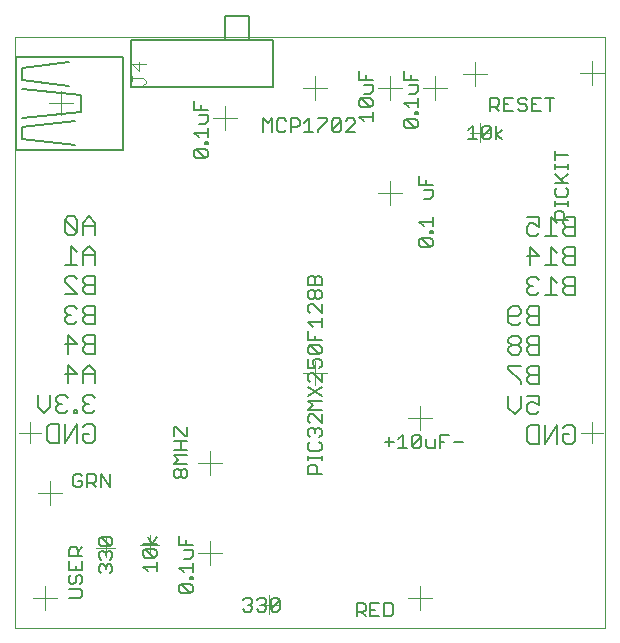
<source format=gbo>
G75*
%MOIN*%
%OFA0B0*%
%FSLAX25Y25*%
%IPPOS*%
%LPD*%
%AMOC8*
5,1,8,0,0,1.08239X$1,22.5*
%
%ADD10C,0.00000*%
%ADD11C,0.00500*%
%ADD12C,0.00400*%
D10*
X0001800Y0001800D02*
X0001800Y0198650D01*
X0198650Y0198650D01*
X0198650Y0001800D01*
X0001800Y0001800D01*
X0007800Y0011800D02*
X0015800Y0011800D01*
X0011800Y0007800D02*
X0011800Y0015800D01*
X0028863Y0028512D02*
X0035263Y0028512D01*
X0032063Y0025312D02*
X0032063Y0031712D01*
X0043600Y0029435D02*
X0050000Y0029435D01*
X0046800Y0026235D02*
X0046800Y0032635D01*
X0062800Y0026800D02*
X0070800Y0026800D01*
X0066800Y0022800D02*
X0066800Y0030800D01*
X0086537Y0012635D02*
X0086537Y0006235D01*
X0083337Y0009435D02*
X0089737Y0009435D01*
X0132800Y0011800D02*
X0140800Y0011800D01*
X0136800Y0007800D02*
X0136800Y0015800D01*
X0136800Y0067800D02*
X0136800Y0075800D01*
X0132800Y0071800D02*
X0140800Y0071800D01*
X0105800Y0086800D02*
X0097800Y0086800D01*
X0101800Y0082800D02*
X0101800Y0090800D01*
X0070800Y0056800D02*
X0062800Y0056800D01*
X0066800Y0052800D02*
X0066800Y0060800D01*
X0017610Y0046800D02*
X0009610Y0046800D01*
X0013610Y0042800D02*
X0013610Y0050800D01*
X0006800Y0063200D02*
X0006800Y0070400D01*
X0003200Y0066800D02*
X0010400Y0066800D01*
X0071800Y0167800D02*
X0071800Y0175800D01*
X0067800Y0171800D02*
X0075800Y0171800D01*
X0097800Y0181800D02*
X0105800Y0181800D01*
X0101800Y0177800D02*
X0101800Y0185800D01*
X0122800Y0181800D02*
X0130800Y0181800D01*
X0126800Y0177800D02*
X0126800Y0185800D01*
X0137800Y0181800D02*
X0145800Y0181800D01*
X0141800Y0177800D02*
X0141800Y0185800D01*
X0151302Y0186500D02*
X0159302Y0186500D01*
X0155302Y0182500D02*
X0155302Y0190500D01*
X0156800Y0170000D02*
X0156800Y0163600D01*
X0153600Y0166800D02*
X0160000Y0166800D01*
X0130800Y0146800D02*
X0122800Y0146800D01*
X0126800Y0142800D02*
X0126800Y0150800D01*
X0190320Y0186839D02*
X0198320Y0186839D01*
X0194320Y0182839D02*
X0194320Y0190839D01*
X0194300Y0070400D02*
X0194300Y0063200D01*
X0190700Y0066800D02*
X0197900Y0066800D01*
X0021066Y0176534D02*
X0013066Y0176534D01*
X0017066Y0172534D02*
X0017066Y0180534D01*
D11*
X0020019Y0182439D02*
X0004271Y0184408D01*
X0004271Y0188345D01*
X0020019Y0190313D01*
X0023956Y0179487D02*
X0023956Y0173581D01*
X0004271Y0171613D01*
X0004271Y0168660D02*
X0021987Y0170628D01*
X0021987Y0162754D02*
X0004271Y0164723D01*
X0004271Y0168660D01*
X0002302Y0161179D02*
X0037735Y0161179D01*
X0037735Y0191888D01*
X0002302Y0191888D01*
X0002302Y0161179D01*
X0004271Y0181455D02*
X0023956Y0179487D01*
X0040520Y0182063D02*
X0040520Y0197811D01*
X0072016Y0197811D01*
X0072016Y0205685D01*
X0079890Y0205685D01*
X0079890Y0197811D01*
X0087764Y0197811D01*
X0087764Y0182063D01*
X0040520Y0182063D01*
X0061546Y0177449D02*
X0061546Y0174446D01*
X0066050Y0174446D01*
X0066050Y0172845D02*
X0063047Y0172845D01*
X0063798Y0174446D02*
X0063798Y0175947D01*
X0066050Y0172845D02*
X0066050Y0170593D01*
X0065299Y0169842D01*
X0063047Y0169842D01*
X0066050Y0168241D02*
X0066050Y0165238D01*
X0066050Y0166739D02*
X0061546Y0166739D01*
X0063047Y0165238D01*
X0065299Y0163687D02*
X0065299Y0162936D01*
X0066050Y0162936D01*
X0066050Y0163687D01*
X0065299Y0163687D01*
X0065299Y0161335D02*
X0062297Y0161335D01*
X0065299Y0158332D01*
X0066050Y0159083D01*
X0066050Y0160584D01*
X0065299Y0161335D01*
X0065299Y0158332D02*
X0062297Y0158332D01*
X0061546Y0159083D01*
X0061546Y0160584D01*
X0062297Y0161335D01*
X0084550Y0167050D02*
X0084550Y0171554D01*
X0086051Y0170053D01*
X0087553Y0171554D01*
X0087553Y0167050D01*
X0089154Y0167801D02*
X0089905Y0167050D01*
X0091406Y0167050D01*
X0092156Y0167801D01*
X0093758Y0168551D02*
X0096010Y0168551D01*
X0096760Y0169302D01*
X0096760Y0170803D01*
X0096010Y0171554D01*
X0093758Y0171554D01*
X0093758Y0167050D01*
X0092156Y0170803D02*
X0091406Y0171554D01*
X0089905Y0171554D01*
X0089154Y0170803D01*
X0089154Y0167801D01*
X0098362Y0167050D02*
X0101364Y0167050D01*
X0099863Y0167050D02*
X0099863Y0171554D01*
X0098362Y0170053D01*
X0102966Y0171554D02*
X0105968Y0171554D01*
X0105968Y0170803D01*
X0102966Y0167801D01*
X0102966Y0167050D01*
X0107570Y0167801D02*
X0107570Y0170803D01*
X0108320Y0171554D01*
X0109822Y0171554D01*
X0110572Y0170803D01*
X0107570Y0167801D01*
X0108320Y0167050D01*
X0109822Y0167050D01*
X0110572Y0167801D01*
X0110572Y0170803D01*
X0112174Y0170803D02*
X0112924Y0171554D01*
X0114425Y0171554D01*
X0115176Y0170803D01*
X0115176Y0170053D01*
X0112174Y0167050D01*
X0115176Y0167050D01*
X0118047Y0170634D02*
X0116546Y0172136D01*
X0121050Y0172136D01*
X0121050Y0173637D02*
X0121050Y0170634D01*
X0120299Y0175238D02*
X0117297Y0175238D01*
X0116546Y0175989D01*
X0116546Y0177490D01*
X0117297Y0178241D01*
X0120299Y0175238D01*
X0121050Y0175989D01*
X0121050Y0177490D01*
X0120299Y0178241D01*
X0117297Y0178241D01*
X0118047Y0179842D02*
X0120299Y0179842D01*
X0121050Y0180593D01*
X0121050Y0182845D01*
X0118047Y0182845D01*
X0118798Y0184446D02*
X0118798Y0185947D01*
X0116546Y0184446D02*
X0116546Y0187449D01*
X0116546Y0184446D02*
X0121050Y0184446D01*
X0131546Y0184446D02*
X0131546Y0187449D01*
X0133798Y0185947D02*
X0133798Y0184446D01*
X0133047Y0182845D02*
X0136050Y0182845D01*
X0136050Y0180593D01*
X0135299Y0179842D01*
X0133047Y0179842D01*
X0136050Y0178241D02*
X0136050Y0175238D01*
X0136050Y0176739D02*
X0131546Y0176739D01*
X0133047Y0175238D01*
X0135299Y0173687D02*
X0136050Y0173687D01*
X0136050Y0172936D01*
X0135299Y0172936D01*
X0135299Y0173687D01*
X0135299Y0171335D02*
X0132297Y0171335D01*
X0135299Y0168332D01*
X0136050Y0169083D01*
X0136050Y0170584D01*
X0135299Y0171335D01*
X0132297Y0171335D02*
X0131546Y0170584D01*
X0131546Y0169083D01*
X0132297Y0168332D01*
X0135299Y0168332D01*
X0136546Y0152449D02*
X0136546Y0149446D01*
X0141050Y0149446D01*
X0141050Y0147845D02*
X0138047Y0147845D01*
X0138798Y0149446D02*
X0138798Y0150947D01*
X0141050Y0147845D02*
X0141050Y0145593D01*
X0140299Y0144842D01*
X0138047Y0144842D01*
X0141050Y0138637D02*
X0141050Y0135634D01*
X0141050Y0137136D02*
X0136546Y0137136D01*
X0138047Y0135634D01*
X0140299Y0134083D02*
X0141050Y0134083D01*
X0141050Y0133332D01*
X0140299Y0133332D01*
X0140299Y0134083D01*
X0140299Y0131731D02*
X0141050Y0130980D01*
X0141050Y0129479D01*
X0140299Y0128728D01*
X0137297Y0131731D01*
X0140299Y0131731D01*
X0140299Y0128728D02*
X0137297Y0128728D01*
X0136546Y0129479D01*
X0136546Y0130980D01*
X0137297Y0131731D01*
X0166370Y0107848D02*
X0166370Y0103778D01*
X0167387Y0102760D01*
X0169422Y0102760D01*
X0170440Y0103778D01*
X0172447Y0103778D02*
X0173464Y0102760D01*
X0176517Y0102760D01*
X0176517Y0108865D01*
X0173464Y0108865D01*
X0172447Y0107848D01*
X0172447Y0106830D01*
X0173464Y0105813D01*
X0176517Y0105813D01*
X0173464Y0105813D02*
X0172447Y0104795D01*
X0172447Y0103778D01*
X0169422Y0105813D02*
X0166370Y0105813D01*
X0166370Y0107848D02*
X0167387Y0108865D01*
X0169422Y0108865D01*
X0170440Y0107848D01*
X0170440Y0106830D01*
X0169422Y0105813D01*
X0173464Y0112660D02*
X0172447Y0113678D01*
X0172447Y0114695D01*
X0173464Y0115713D01*
X0174482Y0115713D01*
X0173464Y0115713D02*
X0172447Y0116730D01*
X0172447Y0117748D01*
X0173464Y0118765D01*
X0175500Y0118765D01*
X0176517Y0117748D01*
X0176517Y0113678D02*
X0175500Y0112660D01*
X0173464Y0112660D01*
X0178524Y0112660D02*
X0182594Y0112660D01*
X0180559Y0112660D02*
X0180559Y0118765D01*
X0182594Y0116730D01*
X0184601Y0116730D02*
X0185619Y0115713D01*
X0188671Y0115713D01*
X0185619Y0115713D02*
X0184601Y0114695D01*
X0184601Y0113678D01*
X0185619Y0112660D01*
X0188671Y0112660D01*
X0188671Y0118765D01*
X0185619Y0118765D01*
X0184601Y0117748D01*
X0184601Y0116730D01*
X0185619Y0122560D02*
X0184601Y0123578D01*
X0184601Y0124595D01*
X0185619Y0125613D01*
X0188671Y0125613D01*
X0185619Y0125613D02*
X0184601Y0126630D01*
X0184601Y0127648D01*
X0185619Y0128665D01*
X0188671Y0128665D01*
X0188671Y0122560D01*
X0185619Y0122560D01*
X0182594Y0122560D02*
X0178524Y0122560D01*
X0180559Y0122560D02*
X0180559Y0128665D01*
X0182594Y0126630D01*
X0182594Y0132460D02*
X0178524Y0132460D01*
X0180559Y0132460D02*
X0180559Y0138565D01*
X0182594Y0136530D01*
X0181766Y0137835D02*
X0181766Y0140087D01*
X0182516Y0140838D01*
X0184018Y0140838D01*
X0184768Y0140087D01*
X0184768Y0137835D01*
X0184601Y0137548D02*
X0184601Y0136530D01*
X0185619Y0135513D01*
X0188671Y0135513D01*
X0185619Y0135513D02*
X0184601Y0134495D01*
X0184601Y0133478D01*
X0185619Y0132460D01*
X0188671Y0132460D01*
X0188671Y0138565D01*
X0185619Y0138565D01*
X0184601Y0137548D01*
X0186270Y0137835D02*
X0181766Y0137835D01*
X0181766Y0142439D02*
X0181766Y0143940D01*
X0181766Y0143190D02*
X0186270Y0143190D01*
X0186270Y0143940D02*
X0186270Y0142439D01*
X0185519Y0145508D02*
X0182516Y0145508D01*
X0181766Y0146259D01*
X0181766Y0147760D01*
X0182516Y0148511D01*
X0181766Y0150112D02*
X0186270Y0150112D01*
X0184768Y0150112D02*
X0181766Y0153115D01*
X0181766Y0154716D02*
X0181766Y0156217D01*
X0181766Y0155467D02*
X0186270Y0155467D01*
X0186270Y0156217D02*
X0186270Y0154716D01*
X0186270Y0153115D02*
X0184018Y0150863D01*
X0185519Y0148511D02*
X0186270Y0147760D01*
X0186270Y0146259D01*
X0185519Y0145508D01*
X0176517Y0138565D02*
X0176517Y0135513D01*
X0174482Y0136530D01*
X0173464Y0136530D01*
X0172447Y0135513D01*
X0172447Y0133478D01*
X0173464Y0132460D01*
X0175500Y0132460D01*
X0176517Y0133478D01*
X0176517Y0138565D02*
X0172447Y0138565D01*
X0173464Y0128665D02*
X0176517Y0125613D01*
X0172447Y0125613D01*
X0173464Y0128665D02*
X0173464Y0122560D01*
X0173464Y0098965D02*
X0172447Y0097948D01*
X0172447Y0096930D01*
X0173464Y0095913D01*
X0176517Y0095913D01*
X0176517Y0098965D02*
X0173464Y0098965D01*
X0173464Y0095913D02*
X0172447Y0094895D01*
X0172447Y0093878D01*
X0173464Y0092860D01*
X0176517Y0092860D01*
X0176517Y0098965D01*
X0170440Y0097948D02*
X0170440Y0096930D01*
X0169422Y0095913D01*
X0167387Y0095913D01*
X0166370Y0094895D01*
X0166370Y0093878D01*
X0167387Y0092860D01*
X0169422Y0092860D01*
X0170440Y0093878D01*
X0170440Y0094895D01*
X0169422Y0095913D01*
X0167387Y0095913D02*
X0166370Y0096930D01*
X0166370Y0097948D01*
X0167387Y0098965D01*
X0169422Y0098965D01*
X0170440Y0097948D01*
X0170440Y0089065D02*
X0166370Y0089065D01*
X0166370Y0088048D01*
X0170440Y0083978D01*
X0170440Y0082960D01*
X0172447Y0083978D02*
X0172447Y0084995D01*
X0173464Y0086013D01*
X0176517Y0086013D01*
X0176517Y0089065D02*
X0176517Y0082960D01*
X0173464Y0082960D01*
X0172447Y0083978D01*
X0173464Y0086013D02*
X0172447Y0087030D01*
X0172447Y0088048D01*
X0173464Y0089065D01*
X0176517Y0089065D01*
X0176517Y0079165D02*
X0172447Y0079165D01*
X0170440Y0079165D02*
X0170440Y0075095D01*
X0168405Y0073060D01*
X0166370Y0075095D01*
X0166370Y0079165D01*
X0172447Y0076113D02*
X0172447Y0074078D01*
X0173464Y0073060D01*
X0175500Y0073060D01*
X0176517Y0074078D01*
X0176517Y0076113D02*
X0174482Y0077130D01*
X0173464Y0077130D01*
X0172447Y0076113D01*
X0176517Y0076113D02*
X0176517Y0079165D01*
X0176517Y0069265D02*
X0173464Y0069265D01*
X0172447Y0068248D01*
X0172447Y0064178D01*
X0173464Y0063160D01*
X0176517Y0063160D01*
X0176517Y0069265D01*
X0178524Y0069265D02*
X0178524Y0063160D01*
X0182594Y0069265D01*
X0182594Y0063160D01*
X0184601Y0064178D02*
X0184601Y0066213D01*
X0186636Y0066213D01*
X0184601Y0068248D02*
X0185619Y0069265D01*
X0187654Y0069265D01*
X0188671Y0068248D01*
X0188671Y0064178D01*
X0187654Y0063160D01*
X0185619Y0063160D01*
X0184601Y0064178D01*
X0151072Y0063802D02*
X0148070Y0063802D01*
X0146468Y0066054D02*
X0143466Y0066054D01*
X0143466Y0061550D01*
X0141864Y0061550D02*
X0141864Y0064553D01*
X0143466Y0063802D02*
X0144967Y0063802D01*
X0141864Y0061550D02*
X0139612Y0061550D01*
X0138862Y0062301D01*
X0138862Y0064553D01*
X0137260Y0065303D02*
X0137260Y0062301D01*
X0136510Y0061550D01*
X0135008Y0061550D01*
X0134258Y0062301D01*
X0137260Y0065303D01*
X0136510Y0066054D01*
X0135008Y0066054D01*
X0134258Y0065303D01*
X0134258Y0062301D01*
X0132656Y0061550D02*
X0129654Y0061550D01*
X0131155Y0061550D02*
X0131155Y0066054D01*
X0129654Y0064553D01*
X0128053Y0063802D02*
X0125050Y0063802D01*
X0126551Y0065303D02*
X0126551Y0062301D01*
X0104050Y0062951D02*
X0104050Y0061449D01*
X0103299Y0060699D01*
X0100297Y0060699D01*
X0099546Y0061449D01*
X0099546Y0062951D01*
X0100297Y0063701D01*
X0100297Y0065303D02*
X0099546Y0066053D01*
X0099546Y0067555D01*
X0100297Y0068305D01*
X0101047Y0068305D01*
X0101798Y0067555D01*
X0102549Y0068305D01*
X0103299Y0068305D01*
X0104050Y0067555D01*
X0104050Y0066053D01*
X0103299Y0065303D01*
X0103299Y0063701D02*
X0104050Y0062951D01*
X0104050Y0059131D02*
X0104050Y0057630D01*
X0104050Y0058380D02*
X0099546Y0058380D01*
X0099546Y0057630D02*
X0099546Y0059131D01*
X0100297Y0056028D02*
X0101798Y0056028D01*
X0102549Y0055278D01*
X0102549Y0053026D01*
X0104050Y0053026D02*
X0099546Y0053026D01*
X0099546Y0055278D01*
X0100297Y0056028D01*
X0101798Y0066804D02*
X0101798Y0067555D01*
X0100297Y0069907D02*
X0099546Y0070657D01*
X0099546Y0072159D01*
X0100297Y0072909D01*
X0101047Y0072909D01*
X0104050Y0069907D01*
X0104050Y0072909D01*
X0104050Y0074511D02*
X0099546Y0074511D01*
X0101047Y0076012D01*
X0099546Y0077513D01*
X0104050Y0077513D01*
X0104050Y0079115D02*
X0099546Y0082117D01*
X0100297Y0083718D02*
X0099546Y0084469D01*
X0099546Y0085970D01*
X0100297Y0086721D01*
X0101047Y0086721D01*
X0104050Y0083718D01*
X0104050Y0086721D01*
X0103299Y0088322D02*
X0104050Y0089073D01*
X0104050Y0090574D01*
X0103299Y0091325D01*
X0101798Y0091325D01*
X0101047Y0090574D01*
X0101047Y0089824D01*
X0101798Y0088322D01*
X0099546Y0088322D01*
X0099546Y0091325D01*
X0100297Y0092926D02*
X0099546Y0093677D01*
X0099546Y0095178D01*
X0100297Y0095929D01*
X0103299Y0092926D01*
X0104050Y0093677D01*
X0104050Y0095178D01*
X0103299Y0095929D01*
X0100297Y0095929D01*
X0099546Y0097530D02*
X0099546Y0100533D01*
X0101047Y0102134D02*
X0099546Y0103635D01*
X0104050Y0103635D01*
X0104050Y0102134D02*
X0104050Y0105137D01*
X0104050Y0106738D02*
X0101047Y0109741D01*
X0100297Y0109741D01*
X0099546Y0108990D01*
X0099546Y0107489D01*
X0100297Y0106738D01*
X0104050Y0106738D02*
X0104050Y0109741D01*
X0103299Y0111342D02*
X0104050Y0112093D01*
X0104050Y0113594D01*
X0103299Y0114345D01*
X0102549Y0114345D01*
X0101798Y0113594D01*
X0101798Y0112093D01*
X0101047Y0111342D01*
X0100297Y0111342D01*
X0099546Y0112093D01*
X0099546Y0113594D01*
X0100297Y0114345D01*
X0101047Y0114345D01*
X0101798Y0113594D01*
X0101798Y0112093D02*
X0102549Y0111342D01*
X0103299Y0111342D01*
X0104050Y0115946D02*
X0099546Y0115946D01*
X0099546Y0118198D01*
X0100297Y0118948D01*
X0101047Y0118948D01*
X0101798Y0118198D01*
X0101798Y0115946D01*
X0101798Y0118198D02*
X0102549Y0118948D01*
X0103299Y0118948D01*
X0104050Y0118198D01*
X0104050Y0115946D01*
X0101798Y0099032D02*
X0101798Y0097530D01*
X0104050Y0097530D02*
X0099546Y0097530D01*
X0100297Y0092926D02*
X0103299Y0092926D01*
X0104050Y0082117D02*
X0099546Y0079115D01*
X0059350Y0068564D02*
X0059350Y0065562D01*
X0058599Y0065562D01*
X0055597Y0068564D01*
X0054846Y0068564D01*
X0054846Y0065562D01*
X0054846Y0063960D02*
X0059350Y0063960D01*
X0057098Y0063960D02*
X0057098Y0060958D01*
X0059350Y0060958D02*
X0054846Y0060958D01*
X0054846Y0059356D02*
X0059350Y0059356D01*
X0059350Y0056354D02*
X0054846Y0056354D01*
X0056347Y0057855D01*
X0054846Y0059356D01*
X0055597Y0054753D02*
X0054846Y0054002D01*
X0054846Y0052501D01*
X0055597Y0051750D01*
X0056347Y0051750D01*
X0057098Y0052501D01*
X0057098Y0054002D01*
X0057849Y0054753D01*
X0058599Y0054753D01*
X0059350Y0054002D01*
X0059350Y0052501D01*
X0058599Y0051750D01*
X0057849Y0051750D01*
X0057098Y0052501D01*
X0057098Y0054002D02*
X0056347Y0054753D01*
X0055597Y0054753D01*
X0033571Y0053054D02*
X0033571Y0048550D01*
X0030568Y0053054D01*
X0030568Y0048550D01*
X0028967Y0048550D02*
X0027466Y0050051D01*
X0028216Y0050051D02*
X0025964Y0050051D01*
X0025964Y0048550D02*
X0025964Y0053054D01*
X0028216Y0053054D01*
X0028967Y0052303D01*
X0028967Y0050802D01*
X0028216Y0050051D01*
X0024363Y0049301D02*
X0024363Y0050802D01*
X0022862Y0050802D01*
X0024363Y0052303D02*
X0023612Y0053054D01*
X0022111Y0053054D01*
X0021360Y0052303D01*
X0021360Y0049301D01*
X0022111Y0048550D01*
X0023612Y0048550D01*
X0024363Y0049301D01*
X0025594Y0063455D02*
X0024576Y0064473D01*
X0024576Y0066508D01*
X0026611Y0066508D01*
X0024576Y0068543D02*
X0025594Y0069561D01*
X0027629Y0069561D01*
X0028647Y0068543D01*
X0028647Y0064473D01*
X0027629Y0063455D01*
X0025594Y0063455D01*
X0022569Y0063455D02*
X0022569Y0069561D01*
X0018499Y0063455D01*
X0018499Y0069561D01*
X0016492Y0069561D02*
X0013440Y0069561D01*
X0012422Y0068543D01*
X0012422Y0064473D01*
X0013440Y0063455D01*
X0016492Y0063455D01*
X0016492Y0069561D01*
X0016478Y0073355D02*
X0015461Y0074373D01*
X0015461Y0075390D01*
X0016478Y0076408D01*
X0017496Y0076408D01*
X0016478Y0076408D02*
X0015461Y0077425D01*
X0015461Y0078443D01*
X0016478Y0079461D01*
X0018513Y0079461D01*
X0019531Y0078443D01*
X0019531Y0074373D02*
X0018513Y0073355D01*
X0016478Y0073355D01*
X0013454Y0075390D02*
X0011418Y0073355D01*
X0009383Y0075390D01*
X0009383Y0079461D01*
X0013454Y0079461D02*
X0013454Y0075390D01*
X0021552Y0074373D02*
X0021552Y0073355D01*
X0022569Y0073355D01*
X0022569Y0074373D01*
X0021552Y0074373D01*
X0024576Y0074373D02*
X0025594Y0073355D01*
X0027629Y0073355D01*
X0028647Y0074373D01*
X0026611Y0076408D02*
X0025594Y0076408D01*
X0024576Y0075390D01*
X0024576Y0074373D01*
X0025594Y0076408D02*
X0024576Y0077425D01*
X0024576Y0078443D01*
X0025594Y0079461D01*
X0027629Y0079461D01*
X0028647Y0078443D01*
X0028647Y0083255D02*
X0028647Y0087325D01*
X0026611Y0089361D01*
X0024576Y0087325D01*
X0024576Y0083255D01*
X0024576Y0086308D02*
X0028647Y0086308D01*
X0022569Y0086308D02*
X0018499Y0086308D01*
X0019517Y0083255D02*
X0019517Y0089361D01*
X0022569Y0086308D01*
X0025594Y0093155D02*
X0028647Y0093155D01*
X0028647Y0099261D01*
X0025594Y0099261D01*
X0024576Y0098243D01*
X0024576Y0097225D01*
X0025594Y0096208D01*
X0028647Y0096208D01*
X0025594Y0096208D02*
X0024576Y0095190D01*
X0024576Y0094173D01*
X0025594Y0093155D01*
X0022569Y0096208D02*
X0018499Y0096208D01*
X0019517Y0093155D02*
X0019517Y0099261D01*
X0022569Y0096208D01*
X0021552Y0103055D02*
X0019517Y0103055D01*
X0018499Y0104073D01*
X0018499Y0105090D01*
X0019517Y0106108D01*
X0020534Y0106108D01*
X0019517Y0106108D02*
X0018499Y0107125D01*
X0018499Y0108143D01*
X0019517Y0109161D01*
X0021552Y0109161D01*
X0022569Y0108143D01*
X0024576Y0108143D02*
X0024576Y0107125D01*
X0025594Y0106108D01*
X0028647Y0106108D01*
X0028647Y0109161D02*
X0025594Y0109161D01*
X0024576Y0108143D01*
X0025594Y0106108D02*
X0024576Y0105090D01*
X0024576Y0104073D01*
X0025594Y0103055D01*
X0028647Y0103055D01*
X0028647Y0109161D01*
X0028647Y0112955D02*
X0025594Y0112955D01*
X0024576Y0113973D01*
X0024576Y0114990D01*
X0025594Y0116008D01*
X0028647Y0116008D01*
X0028647Y0119061D02*
X0025594Y0119061D01*
X0024576Y0118043D01*
X0024576Y0117025D01*
X0025594Y0116008D01*
X0022569Y0118043D02*
X0021552Y0119061D01*
X0019517Y0119061D01*
X0018499Y0118043D01*
X0018499Y0117025D01*
X0022569Y0112955D01*
X0018499Y0112955D01*
X0022569Y0104073D02*
X0021552Y0103055D01*
X0028647Y0112955D02*
X0028647Y0119061D01*
X0028647Y0122855D02*
X0028647Y0126925D01*
X0026611Y0128961D01*
X0024576Y0126925D01*
X0024576Y0122855D01*
X0022569Y0122855D02*
X0018499Y0122855D01*
X0020534Y0122855D02*
X0020534Y0128961D01*
X0022569Y0126925D01*
X0024576Y0125908D02*
X0028647Y0125908D01*
X0028647Y0132755D02*
X0028647Y0136825D01*
X0026611Y0138861D01*
X0024576Y0136825D01*
X0024576Y0132755D01*
X0022569Y0133773D02*
X0018499Y0137843D01*
X0018499Y0133773D01*
X0019517Y0132755D01*
X0021552Y0132755D01*
X0022569Y0133773D01*
X0022569Y0137843D01*
X0021552Y0138861D01*
X0019517Y0138861D01*
X0018499Y0137843D01*
X0024576Y0135808D02*
X0028647Y0135808D01*
X0072016Y0197811D02*
X0079890Y0197811D01*
X0131546Y0184446D02*
X0136050Y0184446D01*
X0152906Y0167553D02*
X0154407Y0169054D01*
X0154407Y0164550D01*
X0152906Y0164550D02*
X0155908Y0164550D01*
X0157509Y0165301D02*
X0160512Y0168303D01*
X0160512Y0165301D01*
X0159761Y0164550D01*
X0158260Y0164550D01*
X0157509Y0165301D01*
X0157509Y0168303D01*
X0158260Y0169054D01*
X0159761Y0169054D01*
X0160512Y0168303D01*
X0162113Y0169054D02*
X0162113Y0164550D01*
X0162113Y0166051D02*
X0164365Y0167553D01*
X0162113Y0166051D02*
X0164365Y0164550D01*
X0164856Y0173950D02*
X0167859Y0173950D01*
X0169460Y0174701D02*
X0170211Y0173950D01*
X0171712Y0173950D01*
X0172463Y0174701D01*
X0172463Y0175452D01*
X0171712Y0176202D01*
X0170211Y0176202D01*
X0169460Y0176953D01*
X0169460Y0177704D01*
X0170211Y0178454D01*
X0171712Y0178454D01*
X0172463Y0177704D01*
X0174064Y0178454D02*
X0174064Y0173950D01*
X0177067Y0173950D01*
X0175566Y0176202D02*
X0174064Y0176202D01*
X0174064Y0178454D02*
X0177067Y0178454D01*
X0178668Y0178454D02*
X0181671Y0178454D01*
X0180169Y0178454D02*
X0180169Y0173950D01*
X0167859Y0178454D02*
X0164856Y0178454D01*
X0164856Y0173950D01*
X0163255Y0173950D02*
X0161754Y0175452D01*
X0162504Y0175452D02*
X0160252Y0175452D01*
X0160252Y0173950D02*
X0160252Y0178454D01*
X0162504Y0178454D01*
X0163255Y0177704D01*
X0163255Y0176202D01*
X0162504Y0175452D01*
X0164856Y0176202D02*
X0166358Y0176202D01*
X0181766Y0160788D02*
X0181766Y0157785D01*
X0181766Y0159287D02*
X0186270Y0159287D01*
X0061050Y0029446D02*
X0056546Y0029446D01*
X0056546Y0032449D01*
X0058798Y0030947D02*
X0058798Y0029446D01*
X0058047Y0027845D02*
X0061050Y0027845D01*
X0061050Y0025593D01*
X0060299Y0024842D01*
X0058047Y0024842D01*
X0061050Y0023241D02*
X0061050Y0020238D01*
X0061050Y0021739D02*
X0056546Y0021739D01*
X0058047Y0020238D01*
X0060299Y0018687D02*
X0060299Y0017936D01*
X0061050Y0017936D01*
X0061050Y0018687D01*
X0060299Y0018687D01*
X0060299Y0016335D02*
X0057297Y0016335D01*
X0060299Y0013332D01*
X0061050Y0014083D01*
X0061050Y0015584D01*
X0060299Y0016335D01*
X0057297Y0016335D02*
X0056546Y0015584D01*
X0056546Y0014083D01*
X0057297Y0013332D01*
X0060299Y0013332D01*
X0049050Y0020540D02*
X0049050Y0023543D01*
X0049050Y0022041D02*
X0044546Y0022041D01*
X0046047Y0020540D01*
X0045297Y0025144D02*
X0044546Y0025895D01*
X0044546Y0027396D01*
X0045297Y0028147D01*
X0048299Y0025144D01*
X0049050Y0025895D01*
X0049050Y0027396D01*
X0048299Y0028147D01*
X0045297Y0028147D01*
X0044546Y0029748D02*
X0049050Y0029748D01*
X0047549Y0029748D02*
X0049050Y0032000D01*
X0047549Y0029748D02*
X0046047Y0032000D01*
X0045297Y0025144D02*
X0048299Y0025144D01*
X0034313Y0025217D02*
X0033563Y0024466D01*
X0034313Y0025217D02*
X0034313Y0026718D01*
X0033563Y0027469D01*
X0032812Y0027469D01*
X0032062Y0026718D01*
X0032062Y0025968D01*
X0032062Y0026718D02*
X0031311Y0027469D01*
X0030560Y0027469D01*
X0029810Y0026718D01*
X0029810Y0025217D01*
X0030560Y0024466D01*
X0030560Y0022865D02*
X0031311Y0022865D01*
X0032062Y0022114D01*
X0032812Y0022865D01*
X0033563Y0022865D01*
X0034313Y0022114D01*
X0034313Y0020613D01*
X0033563Y0019862D01*
X0032062Y0021364D02*
X0032062Y0022114D01*
X0030560Y0022865D02*
X0029810Y0022114D01*
X0029810Y0020613D01*
X0030560Y0019862D01*
X0024350Y0020958D02*
X0024350Y0023960D01*
X0024350Y0025562D02*
X0019846Y0025562D01*
X0019846Y0027814D01*
X0020597Y0028564D01*
X0022098Y0028564D01*
X0022849Y0027814D01*
X0022849Y0025562D01*
X0022849Y0027063D02*
X0024350Y0028564D01*
X0019846Y0023960D02*
X0019846Y0020958D01*
X0024350Y0020958D01*
X0023599Y0019356D02*
X0024350Y0018606D01*
X0024350Y0017105D01*
X0023599Y0016354D01*
X0023599Y0014753D02*
X0019846Y0014753D01*
X0020597Y0016354D02*
X0019846Y0017105D01*
X0019846Y0018606D01*
X0020597Y0019356D01*
X0022098Y0018606D02*
X0022849Y0019356D01*
X0023599Y0019356D01*
X0022098Y0018606D02*
X0022098Y0017105D01*
X0021347Y0016354D01*
X0020597Y0016354D01*
X0023599Y0014753D02*
X0024350Y0014002D01*
X0024350Y0012501D01*
X0023599Y0011750D01*
X0019846Y0011750D01*
X0022098Y0020958D02*
X0022098Y0022459D01*
X0029810Y0029821D02*
X0029810Y0031322D01*
X0030560Y0032073D01*
X0033563Y0029070D01*
X0034313Y0029821D01*
X0034313Y0031322D01*
X0033563Y0032073D01*
X0030560Y0032073D01*
X0029810Y0029821D02*
X0030560Y0029070D01*
X0033563Y0029070D01*
X0077887Y0010938D02*
X0078637Y0011688D01*
X0080138Y0011688D01*
X0080889Y0010938D01*
X0080889Y0010187D01*
X0080138Y0009436D01*
X0080889Y0008686D01*
X0080889Y0007935D01*
X0080138Y0007185D01*
X0078637Y0007185D01*
X0077887Y0007935D01*
X0079388Y0009436D02*
X0080138Y0009436D01*
X0082490Y0007935D02*
X0083241Y0007185D01*
X0084742Y0007185D01*
X0085493Y0007935D01*
X0085493Y0008686D01*
X0084742Y0009436D01*
X0083992Y0009436D01*
X0084742Y0009436D02*
X0085493Y0010187D01*
X0085493Y0010938D01*
X0084742Y0011688D01*
X0083241Y0011688D01*
X0082490Y0010938D01*
X0087094Y0010938D02*
X0087094Y0007935D01*
X0090097Y0010938D01*
X0090097Y0007935D01*
X0089346Y0007185D01*
X0087845Y0007185D01*
X0087094Y0007935D01*
X0087094Y0010938D02*
X0087845Y0011688D01*
X0089346Y0011688D01*
X0090097Y0010938D01*
X0115738Y0010054D02*
X0115738Y0005550D01*
X0115738Y0007051D02*
X0117990Y0007051D01*
X0118741Y0007802D01*
X0118741Y0009303D01*
X0117990Y0010054D01*
X0115738Y0010054D01*
X0117239Y0007051D02*
X0118741Y0005550D01*
X0120342Y0005550D02*
X0123345Y0005550D01*
X0124946Y0005550D02*
X0127198Y0005550D01*
X0127949Y0006301D01*
X0127949Y0009303D01*
X0127198Y0010054D01*
X0124946Y0010054D01*
X0124946Y0005550D01*
X0121843Y0007802D02*
X0120342Y0007802D01*
X0120342Y0010054D02*
X0120342Y0005550D01*
X0120342Y0010054D02*
X0123345Y0010054D01*
D12*
X0044642Y0182639D02*
X0045409Y0183407D01*
X0045409Y0184174D01*
X0044642Y0184941D01*
X0040805Y0184941D01*
X0040805Y0184174D02*
X0040805Y0185709D01*
X0043107Y0187243D02*
X0043107Y0190313D01*
X0040805Y0189545D02*
X0043107Y0187243D01*
X0045409Y0189545D02*
X0040805Y0189545D01*
M02*

</source>
